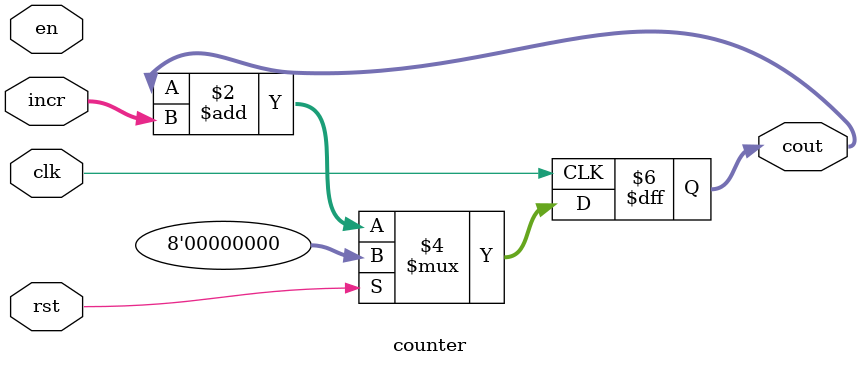
<source format=sv>
module counter #(
    parameter WIDTH = 8
) (
    input   logic               clk,
    input   logic               rst,
    input   logic               en,
    input   logic   [WIDTH-1:0] incr,
    output  logic   [WIDTH-1:0] cout
);

always_ff @ (posedge clk)
    if (rst)                cout <= {WIDTH{1'b0}};
    else                    cout <= cout + incr;

endmodule

</source>
